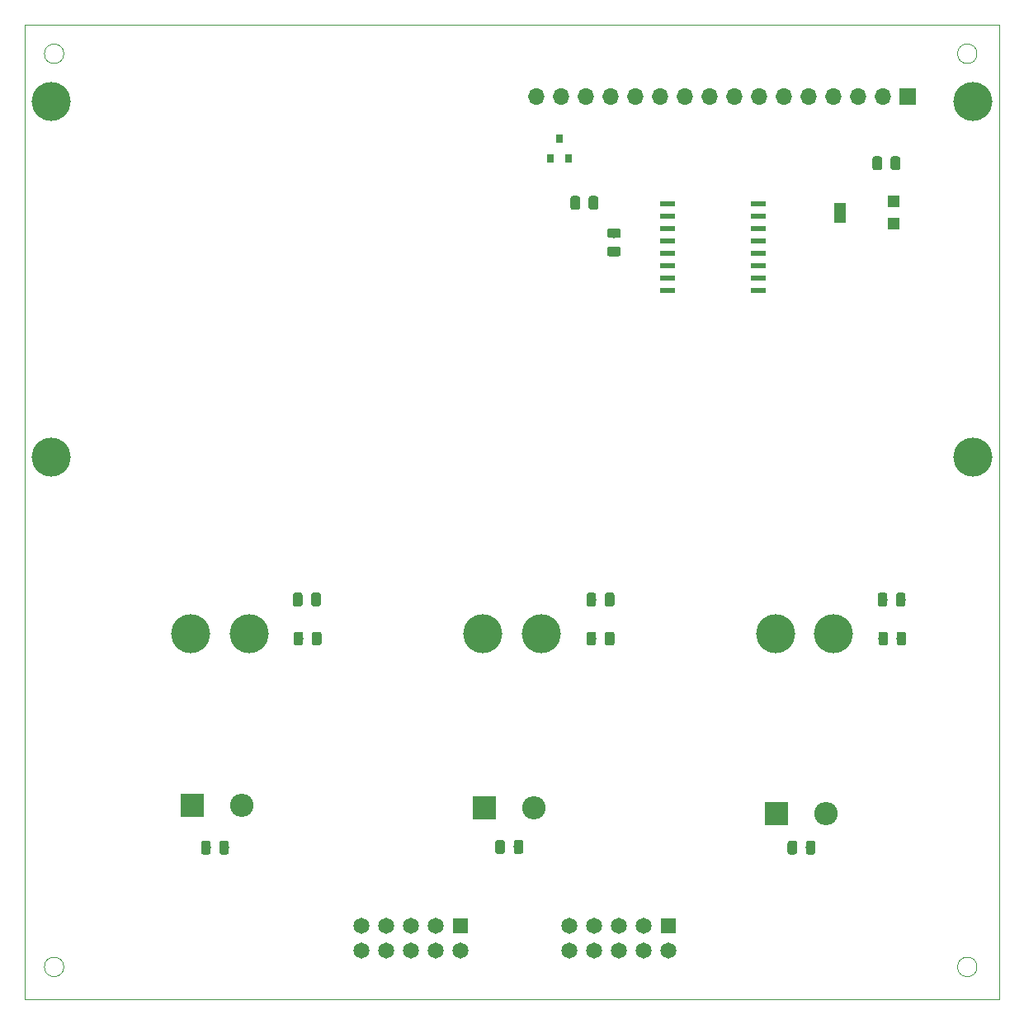
<source format=gbr>
%TF.GenerationSoftware,KiCad,Pcbnew,(5.0.0)*%
%TF.CreationDate,2020-03-24T12:10:01+01:00*%
%TF.ProjectId,Schaltplan_Modul2,536368616C74706C616E5F4D6F64756C,rev?*%
%TF.SameCoordinates,Original*%
%TF.FileFunction,Soldermask,Top*%
%TF.FilePolarity,Negative*%
%FSLAX46Y46*%
G04 Gerber Fmt 4.6, Leading zero omitted, Abs format (unit mm)*
G04 Created by KiCad (PCBNEW (5.0.0)) date 03/24/20 12:10:01*
%MOMM*%
%LPD*%
G01*
G04 APERTURE LIST*
%ADD10C,0.100000*%
%ADD11C,0.150000*%
%ADD12C,0.975000*%
%ADD13R,0.800000X0.900000*%
%ADD14R,1.300000X1.300000*%
%ADD15R,1.300000X2.000000*%
%ADD16R,1.500000X0.600000*%
%ADD17C,4.000000*%
%ADD18O,2.400000X2.400000*%
%ADD19R,2.400000X2.400000*%
%ADD20R,1.650000X1.650000*%
%ADD21C,1.650000*%
%ADD22O,1.700000X1.700000*%
%ADD23R,1.700000X1.700000*%
G04 APERTURE END LIST*
D10*
X98285000Y-141450000D02*
G75*
G03X98285000Y-141450000I-1000000J0D01*
G01*
X191980000Y-141450000D02*
G75*
G03X191980000Y-141450000I-1000000J0D01*
G01*
X191980000Y-47755000D02*
G75*
G03X191980000Y-47755000I-1000000J0D01*
G01*
X98285000Y-47755000D02*
G75*
G03X98285000Y-47755000I-1000000J0D01*
G01*
X94285000Y-144755000D02*
X194285000Y-144755000D01*
X194285000Y-44755000D02*
X194285000Y-144755000D01*
X94285000Y-144755000D02*
X94285000Y-44755000D01*
X94285000Y-44755000D02*
X194285000Y-44755000D01*
D11*
%TO.C,C3*%
G36*
X155217142Y-65683174D02*
X155240803Y-65686684D01*
X155264007Y-65692496D01*
X155286529Y-65700554D01*
X155308153Y-65710782D01*
X155328670Y-65723079D01*
X155347883Y-65737329D01*
X155365607Y-65753393D01*
X155381671Y-65771117D01*
X155395921Y-65790330D01*
X155408218Y-65810847D01*
X155418446Y-65832471D01*
X155426504Y-65854993D01*
X155432316Y-65878197D01*
X155435826Y-65901858D01*
X155437000Y-65925750D01*
X155437000Y-66413250D01*
X155435826Y-66437142D01*
X155432316Y-66460803D01*
X155426504Y-66484007D01*
X155418446Y-66506529D01*
X155408218Y-66528153D01*
X155395921Y-66548670D01*
X155381671Y-66567883D01*
X155365607Y-66585607D01*
X155347883Y-66601671D01*
X155328670Y-66615921D01*
X155308153Y-66628218D01*
X155286529Y-66638446D01*
X155264007Y-66646504D01*
X155240803Y-66652316D01*
X155217142Y-66655826D01*
X155193250Y-66657000D01*
X154280750Y-66657000D01*
X154256858Y-66655826D01*
X154233197Y-66652316D01*
X154209993Y-66646504D01*
X154187471Y-66638446D01*
X154165847Y-66628218D01*
X154145330Y-66615921D01*
X154126117Y-66601671D01*
X154108393Y-66585607D01*
X154092329Y-66567883D01*
X154078079Y-66548670D01*
X154065782Y-66528153D01*
X154055554Y-66506529D01*
X154047496Y-66484007D01*
X154041684Y-66460803D01*
X154038174Y-66437142D01*
X154037000Y-66413250D01*
X154037000Y-65925750D01*
X154038174Y-65901858D01*
X154041684Y-65878197D01*
X154047496Y-65854993D01*
X154055554Y-65832471D01*
X154065782Y-65810847D01*
X154078079Y-65790330D01*
X154092329Y-65771117D01*
X154108393Y-65753393D01*
X154126117Y-65737329D01*
X154145330Y-65723079D01*
X154165847Y-65710782D01*
X154187471Y-65700554D01*
X154209993Y-65692496D01*
X154233197Y-65686684D01*
X154256858Y-65683174D01*
X154280750Y-65682000D01*
X155193250Y-65682000D01*
X155217142Y-65683174D01*
X155217142Y-65683174D01*
G37*
D12*
X154737000Y-66169500D03*
D11*
G36*
X155217142Y-67558174D02*
X155240803Y-67561684D01*
X155264007Y-67567496D01*
X155286529Y-67575554D01*
X155308153Y-67585782D01*
X155328670Y-67598079D01*
X155347883Y-67612329D01*
X155365607Y-67628393D01*
X155381671Y-67646117D01*
X155395921Y-67665330D01*
X155408218Y-67685847D01*
X155418446Y-67707471D01*
X155426504Y-67729993D01*
X155432316Y-67753197D01*
X155435826Y-67776858D01*
X155437000Y-67800750D01*
X155437000Y-68288250D01*
X155435826Y-68312142D01*
X155432316Y-68335803D01*
X155426504Y-68359007D01*
X155418446Y-68381529D01*
X155408218Y-68403153D01*
X155395921Y-68423670D01*
X155381671Y-68442883D01*
X155365607Y-68460607D01*
X155347883Y-68476671D01*
X155328670Y-68490921D01*
X155308153Y-68503218D01*
X155286529Y-68513446D01*
X155264007Y-68521504D01*
X155240803Y-68527316D01*
X155217142Y-68530826D01*
X155193250Y-68532000D01*
X154280750Y-68532000D01*
X154256858Y-68530826D01*
X154233197Y-68527316D01*
X154209993Y-68521504D01*
X154187471Y-68513446D01*
X154165847Y-68503218D01*
X154145330Y-68490921D01*
X154126117Y-68476671D01*
X154108393Y-68460607D01*
X154092329Y-68442883D01*
X154078079Y-68423670D01*
X154065782Y-68403153D01*
X154055554Y-68381529D01*
X154047496Y-68359007D01*
X154041684Y-68335803D01*
X154038174Y-68312142D01*
X154037000Y-68288250D01*
X154037000Y-67800750D01*
X154038174Y-67776858D01*
X154041684Y-67753197D01*
X154047496Y-67729993D01*
X154055554Y-67707471D01*
X154065782Y-67685847D01*
X154078079Y-67665330D01*
X154092329Y-67646117D01*
X154108393Y-67628393D01*
X154126117Y-67612329D01*
X154145330Y-67598079D01*
X154165847Y-67585782D01*
X154187471Y-67575554D01*
X154209993Y-67567496D01*
X154233197Y-67561684D01*
X154256858Y-67558174D01*
X154280750Y-67557000D01*
X155193250Y-67557000D01*
X155217142Y-67558174D01*
X155217142Y-67558174D01*
G37*
D12*
X154737000Y-68044500D03*
%TD*%
D13*
%TO.C,Q1*%
X149149000Y-56455000D03*
X150099000Y-58455000D03*
X148199000Y-58455000D03*
%TD*%
D14*
%TO.C,RV1*%
X183395000Y-62909000D03*
D15*
X177895000Y-64059000D03*
D14*
X183395000Y-65209000D03*
%TD*%
D16*
%TO.C,U1*%
X160247000Y-72060000D03*
X160247000Y-70790000D03*
X160247000Y-69520000D03*
X160247000Y-68250000D03*
X160247000Y-66980000D03*
X160247000Y-65710000D03*
X160247000Y-64440000D03*
X160247000Y-63170000D03*
X169547000Y-63170000D03*
X169547000Y-64440000D03*
X169547000Y-65710000D03*
X169547000Y-66980000D03*
X169547000Y-68250000D03*
X169547000Y-69520000D03*
X169547000Y-70790000D03*
X169547000Y-72060000D03*
%TD*%
D11*
%TO.C,C4*%
G36*
X154552642Y-103056174D02*
X154576303Y-103059684D01*
X154599507Y-103065496D01*
X154622029Y-103073554D01*
X154643653Y-103083782D01*
X154664170Y-103096079D01*
X154683383Y-103110329D01*
X154701107Y-103126393D01*
X154717171Y-103144117D01*
X154731421Y-103163330D01*
X154743718Y-103183847D01*
X154753946Y-103205471D01*
X154762004Y-103227993D01*
X154767816Y-103251197D01*
X154771326Y-103274858D01*
X154772500Y-103298750D01*
X154772500Y-104211250D01*
X154771326Y-104235142D01*
X154767816Y-104258803D01*
X154762004Y-104282007D01*
X154753946Y-104304529D01*
X154743718Y-104326153D01*
X154731421Y-104346670D01*
X154717171Y-104365883D01*
X154701107Y-104383607D01*
X154683383Y-104399671D01*
X154664170Y-104413921D01*
X154643653Y-104426218D01*
X154622029Y-104436446D01*
X154599507Y-104444504D01*
X154576303Y-104450316D01*
X154552642Y-104453826D01*
X154528750Y-104455000D01*
X154041250Y-104455000D01*
X154017358Y-104453826D01*
X153993697Y-104450316D01*
X153970493Y-104444504D01*
X153947971Y-104436446D01*
X153926347Y-104426218D01*
X153905830Y-104413921D01*
X153886617Y-104399671D01*
X153868893Y-104383607D01*
X153852829Y-104365883D01*
X153838579Y-104346670D01*
X153826282Y-104326153D01*
X153816054Y-104304529D01*
X153807996Y-104282007D01*
X153802184Y-104258803D01*
X153798674Y-104235142D01*
X153797500Y-104211250D01*
X153797500Y-103298750D01*
X153798674Y-103274858D01*
X153802184Y-103251197D01*
X153807996Y-103227993D01*
X153816054Y-103205471D01*
X153826282Y-103183847D01*
X153838579Y-103163330D01*
X153852829Y-103144117D01*
X153868893Y-103126393D01*
X153886617Y-103110329D01*
X153905830Y-103096079D01*
X153926347Y-103083782D01*
X153947971Y-103073554D01*
X153970493Y-103065496D01*
X153993697Y-103059684D01*
X154017358Y-103056174D01*
X154041250Y-103055000D01*
X154528750Y-103055000D01*
X154552642Y-103056174D01*
X154552642Y-103056174D01*
G37*
D12*
X154285000Y-103755000D03*
D11*
G36*
X152677642Y-103056174D02*
X152701303Y-103059684D01*
X152724507Y-103065496D01*
X152747029Y-103073554D01*
X152768653Y-103083782D01*
X152789170Y-103096079D01*
X152808383Y-103110329D01*
X152826107Y-103126393D01*
X152842171Y-103144117D01*
X152856421Y-103163330D01*
X152868718Y-103183847D01*
X152878946Y-103205471D01*
X152887004Y-103227993D01*
X152892816Y-103251197D01*
X152896326Y-103274858D01*
X152897500Y-103298750D01*
X152897500Y-104211250D01*
X152896326Y-104235142D01*
X152892816Y-104258803D01*
X152887004Y-104282007D01*
X152878946Y-104304529D01*
X152868718Y-104326153D01*
X152856421Y-104346670D01*
X152842171Y-104365883D01*
X152826107Y-104383607D01*
X152808383Y-104399671D01*
X152789170Y-104413921D01*
X152768653Y-104426218D01*
X152747029Y-104436446D01*
X152724507Y-104444504D01*
X152701303Y-104450316D01*
X152677642Y-104453826D01*
X152653750Y-104455000D01*
X152166250Y-104455000D01*
X152142358Y-104453826D01*
X152118697Y-104450316D01*
X152095493Y-104444504D01*
X152072971Y-104436446D01*
X152051347Y-104426218D01*
X152030830Y-104413921D01*
X152011617Y-104399671D01*
X151993893Y-104383607D01*
X151977829Y-104365883D01*
X151963579Y-104346670D01*
X151951282Y-104326153D01*
X151941054Y-104304529D01*
X151932996Y-104282007D01*
X151927184Y-104258803D01*
X151923674Y-104235142D01*
X151922500Y-104211250D01*
X151922500Y-103298750D01*
X151923674Y-103274858D01*
X151927184Y-103251197D01*
X151932996Y-103227993D01*
X151941054Y-103205471D01*
X151951282Y-103183847D01*
X151963579Y-103163330D01*
X151977829Y-103144117D01*
X151993893Y-103126393D01*
X152011617Y-103110329D01*
X152030830Y-103096079D01*
X152051347Y-103083782D01*
X152072971Y-103073554D01*
X152095493Y-103065496D01*
X152118697Y-103059684D01*
X152142358Y-103056174D01*
X152166250Y-103055000D01*
X152653750Y-103055000D01*
X152677642Y-103056174D01*
X152677642Y-103056174D01*
G37*
D12*
X152410000Y-103755000D03*
%TD*%
D17*
%TO.C,SW4*%
X117285000Y-107255000D03*
X111285000Y-107295000D03*
%TD*%
%TO.C,SW3*%
X147285000Y-107255000D03*
X141285000Y-107295000D03*
%TD*%
%TO.C,SW1*%
X177285000Y-107255000D03*
X171285000Y-107295000D03*
%TD*%
D18*
%TO.C,D1*%
X176525000Y-125715000D03*
D19*
X171445000Y-125715000D03*
%TD*%
D18*
%TO.C,D2*%
X146525000Y-125155000D03*
D19*
X141445000Y-125155000D03*
%TD*%
D18*
%TO.C,D3*%
X116525000Y-124854000D03*
D19*
X111445000Y-124854000D03*
%TD*%
D20*
%TO.C,J1*%
X160325000Y-137211000D03*
D21*
X160325000Y-139751000D03*
X157785000Y-137211000D03*
X157785000Y-139751000D03*
X155245000Y-137211000D03*
X155245000Y-139751000D03*
X152705000Y-137211000D03*
X152705000Y-139751000D03*
X150165000Y-137211000D03*
X150165000Y-139751000D03*
%TD*%
D20*
%TO.C,J2*%
X138989000Y-137211000D03*
D21*
X138989000Y-139751000D03*
X136449000Y-137211000D03*
X136449000Y-139751000D03*
X133909000Y-137211000D03*
X133909000Y-139751000D03*
X131369000Y-137211000D03*
X131369000Y-139751000D03*
X128829000Y-137211000D03*
X128829000Y-139751000D03*
%TD*%
D11*
%TO.C,R7*%
G36*
X114999642Y-128511174D02*
X115023303Y-128514684D01*
X115046507Y-128520496D01*
X115069029Y-128528554D01*
X115090653Y-128538782D01*
X115111170Y-128551079D01*
X115130383Y-128565329D01*
X115148107Y-128581393D01*
X115164171Y-128599117D01*
X115178421Y-128618330D01*
X115190718Y-128638847D01*
X115200946Y-128660471D01*
X115209004Y-128682993D01*
X115214816Y-128706197D01*
X115218326Y-128729858D01*
X115219500Y-128753750D01*
X115219500Y-129666250D01*
X115218326Y-129690142D01*
X115214816Y-129713803D01*
X115209004Y-129737007D01*
X115200946Y-129759529D01*
X115190718Y-129781153D01*
X115178421Y-129801670D01*
X115164171Y-129820883D01*
X115148107Y-129838607D01*
X115130383Y-129854671D01*
X115111170Y-129868921D01*
X115090653Y-129881218D01*
X115069029Y-129891446D01*
X115046507Y-129899504D01*
X115023303Y-129905316D01*
X114999642Y-129908826D01*
X114975750Y-129910000D01*
X114488250Y-129910000D01*
X114464358Y-129908826D01*
X114440697Y-129905316D01*
X114417493Y-129899504D01*
X114394971Y-129891446D01*
X114373347Y-129881218D01*
X114352830Y-129868921D01*
X114333617Y-129854671D01*
X114315893Y-129838607D01*
X114299829Y-129820883D01*
X114285579Y-129801670D01*
X114273282Y-129781153D01*
X114263054Y-129759529D01*
X114254996Y-129737007D01*
X114249184Y-129713803D01*
X114245674Y-129690142D01*
X114244500Y-129666250D01*
X114244500Y-128753750D01*
X114245674Y-128729858D01*
X114249184Y-128706197D01*
X114254996Y-128682993D01*
X114263054Y-128660471D01*
X114273282Y-128638847D01*
X114285579Y-128618330D01*
X114299829Y-128599117D01*
X114315893Y-128581393D01*
X114333617Y-128565329D01*
X114352830Y-128551079D01*
X114373347Y-128538782D01*
X114394971Y-128528554D01*
X114417493Y-128520496D01*
X114440697Y-128514684D01*
X114464358Y-128511174D01*
X114488250Y-128510000D01*
X114975750Y-128510000D01*
X114999642Y-128511174D01*
X114999642Y-128511174D01*
G37*
D12*
X114732000Y-129210000D03*
D11*
G36*
X113124642Y-128511174D02*
X113148303Y-128514684D01*
X113171507Y-128520496D01*
X113194029Y-128528554D01*
X113215653Y-128538782D01*
X113236170Y-128551079D01*
X113255383Y-128565329D01*
X113273107Y-128581393D01*
X113289171Y-128599117D01*
X113303421Y-128618330D01*
X113315718Y-128638847D01*
X113325946Y-128660471D01*
X113334004Y-128682993D01*
X113339816Y-128706197D01*
X113343326Y-128729858D01*
X113344500Y-128753750D01*
X113344500Y-129666250D01*
X113343326Y-129690142D01*
X113339816Y-129713803D01*
X113334004Y-129737007D01*
X113325946Y-129759529D01*
X113315718Y-129781153D01*
X113303421Y-129801670D01*
X113289171Y-129820883D01*
X113273107Y-129838607D01*
X113255383Y-129854671D01*
X113236170Y-129868921D01*
X113215653Y-129881218D01*
X113194029Y-129891446D01*
X113171507Y-129899504D01*
X113148303Y-129905316D01*
X113124642Y-129908826D01*
X113100750Y-129910000D01*
X112613250Y-129910000D01*
X112589358Y-129908826D01*
X112565697Y-129905316D01*
X112542493Y-129899504D01*
X112519971Y-129891446D01*
X112498347Y-129881218D01*
X112477830Y-129868921D01*
X112458617Y-129854671D01*
X112440893Y-129838607D01*
X112424829Y-129820883D01*
X112410579Y-129801670D01*
X112398282Y-129781153D01*
X112388054Y-129759529D01*
X112379996Y-129737007D01*
X112374184Y-129713803D01*
X112370674Y-129690142D01*
X112369500Y-129666250D01*
X112369500Y-128753750D01*
X112370674Y-128729858D01*
X112374184Y-128706197D01*
X112379996Y-128682993D01*
X112388054Y-128660471D01*
X112398282Y-128638847D01*
X112410579Y-128618330D01*
X112424829Y-128599117D01*
X112440893Y-128581393D01*
X112458617Y-128565329D01*
X112477830Y-128551079D01*
X112498347Y-128538782D01*
X112519971Y-128528554D01*
X112542493Y-128520496D01*
X112565697Y-128514684D01*
X112589358Y-128511174D01*
X112613250Y-128510000D01*
X113100750Y-128510000D01*
X113124642Y-128511174D01*
X113124642Y-128511174D01*
G37*
D12*
X112857000Y-129210000D03*
%TD*%
D17*
%TO.C,J3*%
X191549877Y-52644071D03*
X191549877Y-89184071D03*
X97009877Y-89184071D03*
X97009877Y-52644071D03*
D22*
X146764798Y-52181558D03*
X149304798Y-52181558D03*
X151844798Y-52181558D03*
X154384798Y-52181558D03*
X156924798Y-52181558D03*
X159464798Y-52181558D03*
X162004798Y-52181558D03*
X164544798Y-52181558D03*
X167084798Y-52181558D03*
X169624798Y-52181558D03*
X172164798Y-52181558D03*
X174704798Y-52181558D03*
X177244798Y-52181558D03*
X179784798Y-52181558D03*
X182324798Y-52181558D03*
D23*
X184864798Y-52181558D03*
%TD*%
D11*
%TO.C,C1*%
G36*
X182007142Y-58280174D02*
X182030803Y-58283684D01*
X182054007Y-58289496D01*
X182076529Y-58297554D01*
X182098153Y-58307782D01*
X182118670Y-58320079D01*
X182137883Y-58334329D01*
X182155607Y-58350393D01*
X182171671Y-58368117D01*
X182185921Y-58387330D01*
X182198218Y-58407847D01*
X182208446Y-58429471D01*
X182216504Y-58451993D01*
X182222316Y-58475197D01*
X182225826Y-58498858D01*
X182227000Y-58522750D01*
X182227000Y-59435250D01*
X182225826Y-59459142D01*
X182222316Y-59482803D01*
X182216504Y-59506007D01*
X182208446Y-59528529D01*
X182198218Y-59550153D01*
X182185921Y-59570670D01*
X182171671Y-59589883D01*
X182155607Y-59607607D01*
X182137883Y-59623671D01*
X182118670Y-59637921D01*
X182098153Y-59650218D01*
X182076529Y-59660446D01*
X182054007Y-59668504D01*
X182030803Y-59674316D01*
X182007142Y-59677826D01*
X181983250Y-59679000D01*
X181495750Y-59679000D01*
X181471858Y-59677826D01*
X181448197Y-59674316D01*
X181424993Y-59668504D01*
X181402471Y-59660446D01*
X181380847Y-59650218D01*
X181360330Y-59637921D01*
X181341117Y-59623671D01*
X181323393Y-59607607D01*
X181307329Y-59589883D01*
X181293079Y-59570670D01*
X181280782Y-59550153D01*
X181270554Y-59528529D01*
X181262496Y-59506007D01*
X181256684Y-59482803D01*
X181253174Y-59459142D01*
X181252000Y-59435250D01*
X181252000Y-58522750D01*
X181253174Y-58498858D01*
X181256684Y-58475197D01*
X181262496Y-58451993D01*
X181270554Y-58429471D01*
X181280782Y-58407847D01*
X181293079Y-58387330D01*
X181307329Y-58368117D01*
X181323393Y-58350393D01*
X181341117Y-58334329D01*
X181360330Y-58320079D01*
X181380847Y-58307782D01*
X181402471Y-58297554D01*
X181424993Y-58289496D01*
X181448197Y-58283684D01*
X181471858Y-58280174D01*
X181495750Y-58279000D01*
X181983250Y-58279000D01*
X182007142Y-58280174D01*
X182007142Y-58280174D01*
G37*
D12*
X181739500Y-58979000D03*
D11*
G36*
X183882142Y-58280174D02*
X183905803Y-58283684D01*
X183929007Y-58289496D01*
X183951529Y-58297554D01*
X183973153Y-58307782D01*
X183993670Y-58320079D01*
X184012883Y-58334329D01*
X184030607Y-58350393D01*
X184046671Y-58368117D01*
X184060921Y-58387330D01*
X184073218Y-58407847D01*
X184083446Y-58429471D01*
X184091504Y-58451993D01*
X184097316Y-58475197D01*
X184100826Y-58498858D01*
X184102000Y-58522750D01*
X184102000Y-59435250D01*
X184100826Y-59459142D01*
X184097316Y-59482803D01*
X184091504Y-59506007D01*
X184083446Y-59528529D01*
X184073218Y-59550153D01*
X184060921Y-59570670D01*
X184046671Y-59589883D01*
X184030607Y-59607607D01*
X184012883Y-59623671D01*
X183993670Y-59637921D01*
X183973153Y-59650218D01*
X183951529Y-59660446D01*
X183929007Y-59668504D01*
X183905803Y-59674316D01*
X183882142Y-59677826D01*
X183858250Y-59679000D01*
X183370750Y-59679000D01*
X183346858Y-59677826D01*
X183323197Y-59674316D01*
X183299993Y-59668504D01*
X183277471Y-59660446D01*
X183255847Y-59650218D01*
X183235330Y-59637921D01*
X183216117Y-59623671D01*
X183198393Y-59607607D01*
X183182329Y-59589883D01*
X183168079Y-59570670D01*
X183155782Y-59550153D01*
X183145554Y-59528529D01*
X183137496Y-59506007D01*
X183131684Y-59482803D01*
X183128174Y-59459142D01*
X183127000Y-59435250D01*
X183127000Y-58522750D01*
X183128174Y-58498858D01*
X183131684Y-58475197D01*
X183137496Y-58451993D01*
X183145554Y-58429471D01*
X183155782Y-58407847D01*
X183168079Y-58387330D01*
X183182329Y-58368117D01*
X183198393Y-58350393D01*
X183216117Y-58334329D01*
X183235330Y-58320079D01*
X183255847Y-58307782D01*
X183277471Y-58297554D01*
X183299993Y-58289496D01*
X183323197Y-58283684D01*
X183346858Y-58280174D01*
X183370750Y-58279000D01*
X183858250Y-58279000D01*
X183882142Y-58280174D01*
X183882142Y-58280174D01*
G37*
D12*
X183614500Y-58979000D03*
%TD*%
D11*
%TO.C,C2*%
G36*
X184427642Y-103056174D02*
X184451303Y-103059684D01*
X184474507Y-103065496D01*
X184497029Y-103073554D01*
X184518653Y-103083782D01*
X184539170Y-103096079D01*
X184558383Y-103110329D01*
X184576107Y-103126393D01*
X184592171Y-103144117D01*
X184606421Y-103163330D01*
X184618718Y-103183847D01*
X184628946Y-103205471D01*
X184637004Y-103227993D01*
X184642816Y-103251197D01*
X184646326Y-103274858D01*
X184647500Y-103298750D01*
X184647500Y-104211250D01*
X184646326Y-104235142D01*
X184642816Y-104258803D01*
X184637004Y-104282007D01*
X184628946Y-104304529D01*
X184618718Y-104326153D01*
X184606421Y-104346670D01*
X184592171Y-104365883D01*
X184576107Y-104383607D01*
X184558383Y-104399671D01*
X184539170Y-104413921D01*
X184518653Y-104426218D01*
X184497029Y-104436446D01*
X184474507Y-104444504D01*
X184451303Y-104450316D01*
X184427642Y-104453826D01*
X184403750Y-104455000D01*
X183916250Y-104455000D01*
X183892358Y-104453826D01*
X183868697Y-104450316D01*
X183845493Y-104444504D01*
X183822971Y-104436446D01*
X183801347Y-104426218D01*
X183780830Y-104413921D01*
X183761617Y-104399671D01*
X183743893Y-104383607D01*
X183727829Y-104365883D01*
X183713579Y-104346670D01*
X183701282Y-104326153D01*
X183691054Y-104304529D01*
X183682996Y-104282007D01*
X183677184Y-104258803D01*
X183673674Y-104235142D01*
X183672500Y-104211250D01*
X183672500Y-103298750D01*
X183673674Y-103274858D01*
X183677184Y-103251197D01*
X183682996Y-103227993D01*
X183691054Y-103205471D01*
X183701282Y-103183847D01*
X183713579Y-103163330D01*
X183727829Y-103144117D01*
X183743893Y-103126393D01*
X183761617Y-103110329D01*
X183780830Y-103096079D01*
X183801347Y-103083782D01*
X183822971Y-103073554D01*
X183845493Y-103065496D01*
X183868697Y-103059684D01*
X183892358Y-103056174D01*
X183916250Y-103055000D01*
X184403750Y-103055000D01*
X184427642Y-103056174D01*
X184427642Y-103056174D01*
G37*
D12*
X184160000Y-103755000D03*
D11*
G36*
X182552642Y-103056174D02*
X182576303Y-103059684D01*
X182599507Y-103065496D01*
X182622029Y-103073554D01*
X182643653Y-103083782D01*
X182664170Y-103096079D01*
X182683383Y-103110329D01*
X182701107Y-103126393D01*
X182717171Y-103144117D01*
X182731421Y-103163330D01*
X182743718Y-103183847D01*
X182753946Y-103205471D01*
X182762004Y-103227993D01*
X182767816Y-103251197D01*
X182771326Y-103274858D01*
X182772500Y-103298750D01*
X182772500Y-104211250D01*
X182771326Y-104235142D01*
X182767816Y-104258803D01*
X182762004Y-104282007D01*
X182753946Y-104304529D01*
X182743718Y-104326153D01*
X182731421Y-104346670D01*
X182717171Y-104365883D01*
X182701107Y-104383607D01*
X182683383Y-104399671D01*
X182664170Y-104413921D01*
X182643653Y-104426218D01*
X182622029Y-104436446D01*
X182599507Y-104444504D01*
X182576303Y-104450316D01*
X182552642Y-104453826D01*
X182528750Y-104455000D01*
X182041250Y-104455000D01*
X182017358Y-104453826D01*
X181993697Y-104450316D01*
X181970493Y-104444504D01*
X181947971Y-104436446D01*
X181926347Y-104426218D01*
X181905830Y-104413921D01*
X181886617Y-104399671D01*
X181868893Y-104383607D01*
X181852829Y-104365883D01*
X181838579Y-104346670D01*
X181826282Y-104326153D01*
X181816054Y-104304529D01*
X181807996Y-104282007D01*
X181802184Y-104258803D01*
X181798674Y-104235142D01*
X181797500Y-104211250D01*
X181797500Y-103298750D01*
X181798674Y-103274858D01*
X181802184Y-103251197D01*
X181807996Y-103227993D01*
X181816054Y-103205471D01*
X181826282Y-103183847D01*
X181838579Y-103163330D01*
X181852829Y-103144117D01*
X181868893Y-103126393D01*
X181886617Y-103110329D01*
X181905830Y-103096079D01*
X181926347Y-103083782D01*
X181947971Y-103073554D01*
X181970493Y-103065496D01*
X181993697Y-103059684D01*
X182017358Y-103056174D01*
X182041250Y-103055000D01*
X182528750Y-103055000D01*
X182552642Y-103056174D01*
X182552642Y-103056174D01*
G37*
D12*
X182285000Y-103755000D03*
%TD*%
D11*
%TO.C,C5*%
G36*
X124427642Y-103056174D02*
X124451303Y-103059684D01*
X124474507Y-103065496D01*
X124497029Y-103073554D01*
X124518653Y-103083782D01*
X124539170Y-103096079D01*
X124558383Y-103110329D01*
X124576107Y-103126393D01*
X124592171Y-103144117D01*
X124606421Y-103163330D01*
X124618718Y-103183847D01*
X124628946Y-103205471D01*
X124637004Y-103227993D01*
X124642816Y-103251197D01*
X124646326Y-103274858D01*
X124647500Y-103298750D01*
X124647500Y-104211250D01*
X124646326Y-104235142D01*
X124642816Y-104258803D01*
X124637004Y-104282007D01*
X124628946Y-104304529D01*
X124618718Y-104326153D01*
X124606421Y-104346670D01*
X124592171Y-104365883D01*
X124576107Y-104383607D01*
X124558383Y-104399671D01*
X124539170Y-104413921D01*
X124518653Y-104426218D01*
X124497029Y-104436446D01*
X124474507Y-104444504D01*
X124451303Y-104450316D01*
X124427642Y-104453826D01*
X124403750Y-104455000D01*
X123916250Y-104455000D01*
X123892358Y-104453826D01*
X123868697Y-104450316D01*
X123845493Y-104444504D01*
X123822971Y-104436446D01*
X123801347Y-104426218D01*
X123780830Y-104413921D01*
X123761617Y-104399671D01*
X123743893Y-104383607D01*
X123727829Y-104365883D01*
X123713579Y-104346670D01*
X123701282Y-104326153D01*
X123691054Y-104304529D01*
X123682996Y-104282007D01*
X123677184Y-104258803D01*
X123673674Y-104235142D01*
X123672500Y-104211250D01*
X123672500Y-103298750D01*
X123673674Y-103274858D01*
X123677184Y-103251197D01*
X123682996Y-103227993D01*
X123691054Y-103205471D01*
X123701282Y-103183847D01*
X123713579Y-103163330D01*
X123727829Y-103144117D01*
X123743893Y-103126393D01*
X123761617Y-103110329D01*
X123780830Y-103096079D01*
X123801347Y-103083782D01*
X123822971Y-103073554D01*
X123845493Y-103065496D01*
X123868697Y-103059684D01*
X123892358Y-103056174D01*
X123916250Y-103055000D01*
X124403750Y-103055000D01*
X124427642Y-103056174D01*
X124427642Y-103056174D01*
G37*
D12*
X124160000Y-103755000D03*
D11*
G36*
X122552642Y-103056174D02*
X122576303Y-103059684D01*
X122599507Y-103065496D01*
X122622029Y-103073554D01*
X122643653Y-103083782D01*
X122664170Y-103096079D01*
X122683383Y-103110329D01*
X122701107Y-103126393D01*
X122717171Y-103144117D01*
X122731421Y-103163330D01*
X122743718Y-103183847D01*
X122753946Y-103205471D01*
X122762004Y-103227993D01*
X122767816Y-103251197D01*
X122771326Y-103274858D01*
X122772500Y-103298750D01*
X122772500Y-104211250D01*
X122771326Y-104235142D01*
X122767816Y-104258803D01*
X122762004Y-104282007D01*
X122753946Y-104304529D01*
X122743718Y-104326153D01*
X122731421Y-104346670D01*
X122717171Y-104365883D01*
X122701107Y-104383607D01*
X122683383Y-104399671D01*
X122664170Y-104413921D01*
X122643653Y-104426218D01*
X122622029Y-104436446D01*
X122599507Y-104444504D01*
X122576303Y-104450316D01*
X122552642Y-104453826D01*
X122528750Y-104455000D01*
X122041250Y-104455000D01*
X122017358Y-104453826D01*
X121993697Y-104450316D01*
X121970493Y-104444504D01*
X121947971Y-104436446D01*
X121926347Y-104426218D01*
X121905830Y-104413921D01*
X121886617Y-104399671D01*
X121868893Y-104383607D01*
X121852829Y-104365883D01*
X121838579Y-104346670D01*
X121826282Y-104326153D01*
X121816054Y-104304529D01*
X121807996Y-104282007D01*
X121802184Y-104258803D01*
X121798674Y-104235142D01*
X121797500Y-104211250D01*
X121797500Y-103298750D01*
X121798674Y-103274858D01*
X121802184Y-103251197D01*
X121807996Y-103227993D01*
X121816054Y-103205471D01*
X121826282Y-103183847D01*
X121838579Y-103163330D01*
X121852829Y-103144117D01*
X121868893Y-103126393D01*
X121886617Y-103110329D01*
X121905830Y-103096079D01*
X121926347Y-103083782D01*
X121947971Y-103073554D01*
X121970493Y-103065496D01*
X121993697Y-103059684D01*
X122017358Y-103056174D01*
X122041250Y-103055000D01*
X122528750Y-103055000D01*
X122552642Y-103056174D01*
X122552642Y-103056174D01*
G37*
D12*
X122285000Y-103755000D03*
%TD*%
D11*
%TO.C,R8*%
G36*
X124490142Y-107056174D02*
X124513803Y-107059684D01*
X124537007Y-107065496D01*
X124559529Y-107073554D01*
X124581153Y-107083782D01*
X124601670Y-107096079D01*
X124620883Y-107110329D01*
X124638607Y-107126393D01*
X124654671Y-107144117D01*
X124668921Y-107163330D01*
X124681218Y-107183847D01*
X124691446Y-107205471D01*
X124699504Y-107227993D01*
X124705316Y-107251197D01*
X124708826Y-107274858D01*
X124710000Y-107298750D01*
X124710000Y-108211250D01*
X124708826Y-108235142D01*
X124705316Y-108258803D01*
X124699504Y-108282007D01*
X124691446Y-108304529D01*
X124681218Y-108326153D01*
X124668921Y-108346670D01*
X124654671Y-108365883D01*
X124638607Y-108383607D01*
X124620883Y-108399671D01*
X124601670Y-108413921D01*
X124581153Y-108426218D01*
X124559529Y-108436446D01*
X124537007Y-108444504D01*
X124513803Y-108450316D01*
X124490142Y-108453826D01*
X124466250Y-108455000D01*
X123978750Y-108455000D01*
X123954858Y-108453826D01*
X123931197Y-108450316D01*
X123907993Y-108444504D01*
X123885471Y-108436446D01*
X123863847Y-108426218D01*
X123843330Y-108413921D01*
X123824117Y-108399671D01*
X123806393Y-108383607D01*
X123790329Y-108365883D01*
X123776079Y-108346670D01*
X123763782Y-108326153D01*
X123753554Y-108304529D01*
X123745496Y-108282007D01*
X123739684Y-108258803D01*
X123736174Y-108235142D01*
X123735000Y-108211250D01*
X123735000Y-107298750D01*
X123736174Y-107274858D01*
X123739684Y-107251197D01*
X123745496Y-107227993D01*
X123753554Y-107205471D01*
X123763782Y-107183847D01*
X123776079Y-107163330D01*
X123790329Y-107144117D01*
X123806393Y-107126393D01*
X123824117Y-107110329D01*
X123843330Y-107096079D01*
X123863847Y-107083782D01*
X123885471Y-107073554D01*
X123907993Y-107065496D01*
X123931197Y-107059684D01*
X123954858Y-107056174D01*
X123978750Y-107055000D01*
X124466250Y-107055000D01*
X124490142Y-107056174D01*
X124490142Y-107056174D01*
G37*
D12*
X124222500Y-107755000D03*
D11*
G36*
X122615142Y-107056174D02*
X122638803Y-107059684D01*
X122662007Y-107065496D01*
X122684529Y-107073554D01*
X122706153Y-107083782D01*
X122726670Y-107096079D01*
X122745883Y-107110329D01*
X122763607Y-107126393D01*
X122779671Y-107144117D01*
X122793921Y-107163330D01*
X122806218Y-107183847D01*
X122816446Y-107205471D01*
X122824504Y-107227993D01*
X122830316Y-107251197D01*
X122833826Y-107274858D01*
X122835000Y-107298750D01*
X122835000Y-108211250D01*
X122833826Y-108235142D01*
X122830316Y-108258803D01*
X122824504Y-108282007D01*
X122816446Y-108304529D01*
X122806218Y-108326153D01*
X122793921Y-108346670D01*
X122779671Y-108365883D01*
X122763607Y-108383607D01*
X122745883Y-108399671D01*
X122726670Y-108413921D01*
X122706153Y-108426218D01*
X122684529Y-108436446D01*
X122662007Y-108444504D01*
X122638803Y-108450316D01*
X122615142Y-108453826D01*
X122591250Y-108455000D01*
X122103750Y-108455000D01*
X122079858Y-108453826D01*
X122056197Y-108450316D01*
X122032993Y-108444504D01*
X122010471Y-108436446D01*
X121988847Y-108426218D01*
X121968330Y-108413921D01*
X121949117Y-108399671D01*
X121931393Y-108383607D01*
X121915329Y-108365883D01*
X121901079Y-108346670D01*
X121888782Y-108326153D01*
X121878554Y-108304529D01*
X121870496Y-108282007D01*
X121864684Y-108258803D01*
X121861174Y-108235142D01*
X121860000Y-108211250D01*
X121860000Y-107298750D01*
X121861174Y-107274858D01*
X121864684Y-107251197D01*
X121870496Y-107227993D01*
X121878554Y-107205471D01*
X121888782Y-107183847D01*
X121901079Y-107163330D01*
X121915329Y-107144117D01*
X121931393Y-107126393D01*
X121949117Y-107110329D01*
X121968330Y-107096079D01*
X121988847Y-107083782D01*
X122010471Y-107073554D01*
X122032993Y-107065496D01*
X122056197Y-107059684D01*
X122079858Y-107056174D01*
X122103750Y-107055000D01*
X122591250Y-107055000D01*
X122615142Y-107056174D01*
X122615142Y-107056174D01*
G37*
D12*
X122347500Y-107755000D03*
%TD*%
D11*
%TO.C,R2*%
G36*
X151019142Y-62344174D02*
X151042803Y-62347684D01*
X151066007Y-62353496D01*
X151088529Y-62361554D01*
X151110153Y-62371782D01*
X151130670Y-62384079D01*
X151149883Y-62398329D01*
X151167607Y-62414393D01*
X151183671Y-62432117D01*
X151197921Y-62451330D01*
X151210218Y-62471847D01*
X151220446Y-62493471D01*
X151228504Y-62515993D01*
X151234316Y-62539197D01*
X151237826Y-62562858D01*
X151239000Y-62586750D01*
X151239000Y-63499250D01*
X151237826Y-63523142D01*
X151234316Y-63546803D01*
X151228504Y-63570007D01*
X151220446Y-63592529D01*
X151210218Y-63614153D01*
X151197921Y-63634670D01*
X151183671Y-63653883D01*
X151167607Y-63671607D01*
X151149883Y-63687671D01*
X151130670Y-63701921D01*
X151110153Y-63714218D01*
X151088529Y-63724446D01*
X151066007Y-63732504D01*
X151042803Y-63738316D01*
X151019142Y-63741826D01*
X150995250Y-63743000D01*
X150507750Y-63743000D01*
X150483858Y-63741826D01*
X150460197Y-63738316D01*
X150436993Y-63732504D01*
X150414471Y-63724446D01*
X150392847Y-63714218D01*
X150372330Y-63701921D01*
X150353117Y-63687671D01*
X150335393Y-63671607D01*
X150319329Y-63653883D01*
X150305079Y-63634670D01*
X150292782Y-63614153D01*
X150282554Y-63592529D01*
X150274496Y-63570007D01*
X150268684Y-63546803D01*
X150265174Y-63523142D01*
X150264000Y-63499250D01*
X150264000Y-62586750D01*
X150265174Y-62562858D01*
X150268684Y-62539197D01*
X150274496Y-62515993D01*
X150282554Y-62493471D01*
X150292782Y-62471847D01*
X150305079Y-62451330D01*
X150319329Y-62432117D01*
X150335393Y-62414393D01*
X150353117Y-62398329D01*
X150372330Y-62384079D01*
X150392847Y-62371782D01*
X150414471Y-62361554D01*
X150436993Y-62353496D01*
X150460197Y-62347684D01*
X150483858Y-62344174D01*
X150507750Y-62343000D01*
X150995250Y-62343000D01*
X151019142Y-62344174D01*
X151019142Y-62344174D01*
G37*
D12*
X150751500Y-63043000D03*
D11*
G36*
X152894142Y-62344174D02*
X152917803Y-62347684D01*
X152941007Y-62353496D01*
X152963529Y-62361554D01*
X152985153Y-62371782D01*
X153005670Y-62384079D01*
X153024883Y-62398329D01*
X153042607Y-62414393D01*
X153058671Y-62432117D01*
X153072921Y-62451330D01*
X153085218Y-62471847D01*
X153095446Y-62493471D01*
X153103504Y-62515993D01*
X153109316Y-62539197D01*
X153112826Y-62562858D01*
X153114000Y-62586750D01*
X153114000Y-63499250D01*
X153112826Y-63523142D01*
X153109316Y-63546803D01*
X153103504Y-63570007D01*
X153095446Y-63592529D01*
X153085218Y-63614153D01*
X153072921Y-63634670D01*
X153058671Y-63653883D01*
X153042607Y-63671607D01*
X153024883Y-63687671D01*
X153005670Y-63701921D01*
X152985153Y-63714218D01*
X152963529Y-63724446D01*
X152941007Y-63732504D01*
X152917803Y-63738316D01*
X152894142Y-63741826D01*
X152870250Y-63743000D01*
X152382750Y-63743000D01*
X152358858Y-63741826D01*
X152335197Y-63738316D01*
X152311993Y-63732504D01*
X152289471Y-63724446D01*
X152267847Y-63714218D01*
X152247330Y-63701921D01*
X152228117Y-63687671D01*
X152210393Y-63671607D01*
X152194329Y-63653883D01*
X152180079Y-63634670D01*
X152167782Y-63614153D01*
X152157554Y-63592529D01*
X152149496Y-63570007D01*
X152143684Y-63546803D01*
X152140174Y-63523142D01*
X152139000Y-63499250D01*
X152139000Y-62586750D01*
X152140174Y-62562858D01*
X152143684Y-62539197D01*
X152149496Y-62515993D01*
X152157554Y-62493471D01*
X152167782Y-62471847D01*
X152180079Y-62451330D01*
X152194329Y-62432117D01*
X152210393Y-62414393D01*
X152228117Y-62398329D01*
X152247330Y-62384079D01*
X152267847Y-62371782D01*
X152289471Y-62361554D01*
X152311993Y-62353496D01*
X152335197Y-62347684D01*
X152358858Y-62344174D01*
X152382750Y-62343000D01*
X152870250Y-62343000D01*
X152894142Y-62344174D01*
X152894142Y-62344174D01*
G37*
D12*
X152626500Y-63043000D03*
%TD*%
D11*
%TO.C,R1*%
G36*
X184490142Y-107056174D02*
X184513803Y-107059684D01*
X184537007Y-107065496D01*
X184559529Y-107073554D01*
X184581153Y-107083782D01*
X184601670Y-107096079D01*
X184620883Y-107110329D01*
X184638607Y-107126393D01*
X184654671Y-107144117D01*
X184668921Y-107163330D01*
X184681218Y-107183847D01*
X184691446Y-107205471D01*
X184699504Y-107227993D01*
X184705316Y-107251197D01*
X184708826Y-107274858D01*
X184710000Y-107298750D01*
X184710000Y-108211250D01*
X184708826Y-108235142D01*
X184705316Y-108258803D01*
X184699504Y-108282007D01*
X184691446Y-108304529D01*
X184681218Y-108326153D01*
X184668921Y-108346670D01*
X184654671Y-108365883D01*
X184638607Y-108383607D01*
X184620883Y-108399671D01*
X184601670Y-108413921D01*
X184581153Y-108426218D01*
X184559529Y-108436446D01*
X184537007Y-108444504D01*
X184513803Y-108450316D01*
X184490142Y-108453826D01*
X184466250Y-108455000D01*
X183978750Y-108455000D01*
X183954858Y-108453826D01*
X183931197Y-108450316D01*
X183907993Y-108444504D01*
X183885471Y-108436446D01*
X183863847Y-108426218D01*
X183843330Y-108413921D01*
X183824117Y-108399671D01*
X183806393Y-108383607D01*
X183790329Y-108365883D01*
X183776079Y-108346670D01*
X183763782Y-108326153D01*
X183753554Y-108304529D01*
X183745496Y-108282007D01*
X183739684Y-108258803D01*
X183736174Y-108235142D01*
X183735000Y-108211250D01*
X183735000Y-107298750D01*
X183736174Y-107274858D01*
X183739684Y-107251197D01*
X183745496Y-107227993D01*
X183753554Y-107205471D01*
X183763782Y-107183847D01*
X183776079Y-107163330D01*
X183790329Y-107144117D01*
X183806393Y-107126393D01*
X183824117Y-107110329D01*
X183843330Y-107096079D01*
X183863847Y-107083782D01*
X183885471Y-107073554D01*
X183907993Y-107065496D01*
X183931197Y-107059684D01*
X183954858Y-107056174D01*
X183978750Y-107055000D01*
X184466250Y-107055000D01*
X184490142Y-107056174D01*
X184490142Y-107056174D01*
G37*
D12*
X184222500Y-107755000D03*
D11*
G36*
X182615142Y-107056174D02*
X182638803Y-107059684D01*
X182662007Y-107065496D01*
X182684529Y-107073554D01*
X182706153Y-107083782D01*
X182726670Y-107096079D01*
X182745883Y-107110329D01*
X182763607Y-107126393D01*
X182779671Y-107144117D01*
X182793921Y-107163330D01*
X182806218Y-107183847D01*
X182816446Y-107205471D01*
X182824504Y-107227993D01*
X182830316Y-107251197D01*
X182833826Y-107274858D01*
X182835000Y-107298750D01*
X182835000Y-108211250D01*
X182833826Y-108235142D01*
X182830316Y-108258803D01*
X182824504Y-108282007D01*
X182816446Y-108304529D01*
X182806218Y-108326153D01*
X182793921Y-108346670D01*
X182779671Y-108365883D01*
X182763607Y-108383607D01*
X182745883Y-108399671D01*
X182726670Y-108413921D01*
X182706153Y-108426218D01*
X182684529Y-108436446D01*
X182662007Y-108444504D01*
X182638803Y-108450316D01*
X182615142Y-108453826D01*
X182591250Y-108455000D01*
X182103750Y-108455000D01*
X182079858Y-108453826D01*
X182056197Y-108450316D01*
X182032993Y-108444504D01*
X182010471Y-108436446D01*
X181988847Y-108426218D01*
X181968330Y-108413921D01*
X181949117Y-108399671D01*
X181931393Y-108383607D01*
X181915329Y-108365883D01*
X181901079Y-108346670D01*
X181888782Y-108326153D01*
X181878554Y-108304529D01*
X181870496Y-108282007D01*
X181864684Y-108258803D01*
X181861174Y-108235142D01*
X181860000Y-108211250D01*
X181860000Y-107298750D01*
X181861174Y-107274858D01*
X181864684Y-107251197D01*
X181870496Y-107227993D01*
X181878554Y-107205471D01*
X181888782Y-107183847D01*
X181901079Y-107163330D01*
X181915329Y-107144117D01*
X181931393Y-107126393D01*
X181949117Y-107110329D01*
X181968330Y-107096079D01*
X181988847Y-107083782D01*
X182010471Y-107073554D01*
X182032993Y-107065496D01*
X182056197Y-107059684D01*
X182079858Y-107056174D01*
X182103750Y-107055000D01*
X182591250Y-107055000D01*
X182615142Y-107056174D01*
X182615142Y-107056174D01*
G37*
D12*
X182347500Y-107755000D03*
%TD*%
D11*
%TO.C,R3*%
G36*
X175173642Y-128511174D02*
X175197303Y-128514684D01*
X175220507Y-128520496D01*
X175243029Y-128528554D01*
X175264653Y-128538782D01*
X175285170Y-128551079D01*
X175304383Y-128565329D01*
X175322107Y-128581393D01*
X175338171Y-128599117D01*
X175352421Y-128618330D01*
X175364718Y-128638847D01*
X175374946Y-128660471D01*
X175383004Y-128682993D01*
X175388816Y-128706197D01*
X175392326Y-128729858D01*
X175393500Y-128753750D01*
X175393500Y-129666250D01*
X175392326Y-129690142D01*
X175388816Y-129713803D01*
X175383004Y-129737007D01*
X175374946Y-129759529D01*
X175364718Y-129781153D01*
X175352421Y-129801670D01*
X175338171Y-129820883D01*
X175322107Y-129838607D01*
X175304383Y-129854671D01*
X175285170Y-129868921D01*
X175264653Y-129881218D01*
X175243029Y-129891446D01*
X175220507Y-129899504D01*
X175197303Y-129905316D01*
X175173642Y-129908826D01*
X175149750Y-129910000D01*
X174662250Y-129910000D01*
X174638358Y-129908826D01*
X174614697Y-129905316D01*
X174591493Y-129899504D01*
X174568971Y-129891446D01*
X174547347Y-129881218D01*
X174526830Y-129868921D01*
X174507617Y-129854671D01*
X174489893Y-129838607D01*
X174473829Y-129820883D01*
X174459579Y-129801670D01*
X174447282Y-129781153D01*
X174437054Y-129759529D01*
X174428996Y-129737007D01*
X174423184Y-129713803D01*
X174419674Y-129690142D01*
X174418500Y-129666250D01*
X174418500Y-128753750D01*
X174419674Y-128729858D01*
X174423184Y-128706197D01*
X174428996Y-128682993D01*
X174437054Y-128660471D01*
X174447282Y-128638847D01*
X174459579Y-128618330D01*
X174473829Y-128599117D01*
X174489893Y-128581393D01*
X174507617Y-128565329D01*
X174526830Y-128551079D01*
X174547347Y-128538782D01*
X174568971Y-128528554D01*
X174591493Y-128520496D01*
X174614697Y-128514684D01*
X174638358Y-128511174D01*
X174662250Y-128510000D01*
X175149750Y-128510000D01*
X175173642Y-128511174D01*
X175173642Y-128511174D01*
G37*
D12*
X174906000Y-129210000D03*
D11*
G36*
X173298642Y-128511174D02*
X173322303Y-128514684D01*
X173345507Y-128520496D01*
X173368029Y-128528554D01*
X173389653Y-128538782D01*
X173410170Y-128551079D01*
X173429383Y-128565329D01*
X173447107Y-128581393D01*
X173463171Y-128599117D01*
X173477421Y-128618330D01*
X173489718Y-128638847D01*
X173499946Y-128660471D01*
X173508004Y-128682993D01*
X173513816Y-128706197D01*
X173517326Y-128729858D01*
X173518500Y-128753750D01*
X173518500Y-129666250D01*
X173517326Y-129690142D01*
X173513816Y-129713803D01*
X173508004Y-129737007D01*
X173499946Y-129759529D01*
X173489718Y-129781153D01*
X173477421Y-129801670D01*
X173463171Y-129820883D01*
X173447107Y-129838607D01*
X173429383Y-129854671D01*
X173410170Y-129868921D01*
X173389653Y-129881218D01*
X173368029Y-129891446D01*
X173345507Y-129899504D01*
X173322303Y-129905316D01*
X173298642Y-129908826D01*
X173274750Y-129910000D01*
X172787250Y-129910000D01*
X172763358Y-129908826D01*
X172739697Y-129905316D01*
X172716493Y-129899504D01*
X172693971Y-129891446D01*
X172672347Y-129881218D01*
X172651830Y-129868921D01*
X172632617Y-129854671D01*
X172614893Y-129838607D01*
X172598829Y-129820883D01*
X172584579Y-129801670D01*
X172572282Y-129781153D01*
X172562054Y-129759529D01*
X172553996Y-129737007D01*
X172548184Y-129713803D01*
X172544674Y-129690142D01*
X172543500Y-129666250D01*
X172543500Y-128753750D01*
X172544674Y-128729858D01*
X172548184Y-128706197D01*
X172553996Y-128682993D01*
X172562054Y-128660471D01*
X172572282Y-128638847D01*
X172584579Y-128618330D01*
X172598829Y-128599117D01*
X172614893Y-128581393D01*
X172632617Y-128565329D01*
X172651830Y-128551079D01*
X172672347Y-128538782D01*
X172693971Y-128528554D01*
X172716493Y-128520496D01*
X172739697Y-128514684D01*
X172763358Y-128511174D01*
X172787250Y-128510000D01*
X173274750Y-128510000D01*
X173298642Y-128511174D01*
X173298642Y-128511174D01*
G37*
D12*
X173031000Y-129210000D03*
%TD*%
D11*
%TO.C,R5*%
G36*
X145195642Y-128437174D02*
X145219303Y-128440684D01*
X145242507Y-128446496D01*
X145265029Y-128454554D01*
X145286653Y-128464782D01*
X145307170Y-128477079D01*
X145326383Y-128491329D01*
X145344107Y-128507393D01*
X145360171Y-128525117D01*
X145374421Y-128544330D01*
X145386718Y-128564847D01*
X145396946Y-128586471D01*
X145405004Y-128608993D01*
X145410816Y-128632197D01*
X145414326Y-128655858D01*
X145415500Y-128679750D01*
X145415500Y-129592250D01*
X145414326Y-129616142D01*
X145410816Y-129639803D01*
X145405004Y-129663007D01*
X145396946Y-129685529D01*
X145386718Y-129707153D01*
X145374421Y-129727670D01*
X145360171Y-129746883D01*
X145344107Y-129764607D01*
X145326383Y-129780671D01*
X145307170Y-129794921D01*
X145286653Y-129807218D01*
X145265029Y-129817446D01*
X145242507Y-129825504D01*
X145219303Y-129831316D01*
X145195642Y-129834826D01*
X145171750Y-129836000D01*
X144684250Y-129836000D01*
X144660358Y-129834826D01*
X144636697Y-129831316D01*
X144613493Y-129825504D01*
X144590971Y-129817446D01*
X144569347Y-129807218D01*
X144548830Y-129794921D01*
X144529617Y-129780671D01*
X144511893Y-129764607D01*
X144495829Y-129746883D01*
X144481579Y-129727670D01*
X144469282Y-129707153D01*
X144459054Y-129685529D01*
X144450996Y-129663007D01*
X144445184Y-129639803D01*
X144441674Y-129616142D01*
X144440500Y-129592250D01*
X144440500Y-128679750D01*
X144441674Y-128655858D01*
X144445184Y-128632197D01*
X144450996Y-128608993D01*
X144459054Y-128586471D01*
X144469282Y-128564847D01*
X144481579Y-128544330D01*
X144495829Y-128525117D01*
X144511893Y-128507393D01*
X144529617Y-128491329D01*
X144548830Y-128477079D01*
X144569347Y-128464782D01*
X144590971Y-128454554D01*
X144613493Y-128446496D01*
X144636697Y-128440684D01*
X144660358Y-128437174D01*
X144684250Y-128436000D01*
X145171750Y-128436000D01*
X145195642Y-128437174D01*
X145195642Y-128437174D01*
G37*
D12*
X144928000Y-129136000D03*
D11*
G36*
X143320642Y-128437174D02*
X143344303Y-128440684D01*
X143367507Y-128446496D01*
X143390029Y-128454554D01*
X143411653Y-128464782D01*
X143432170Y-128477079D01*
X143451383Y-128491329D01*
X143469107Y-128507393D01*
X143485171Y-128525117D01*
X143499421Y-128544330D01*
X143511718Y-128564847D01*
X143521946Y-128586471D01*
X143530004Y-128608993D01*
X143535816Y-128632197D01*
X143539326Y-128655858D01*
X143540500Y-128679750D01*
X143540500Y-129592250D01*
X143539326Y-129616142D01*
X143535816Y-129639803D01*
X143530004Y-129663007D01*
X143521946Y-129685529D01*
X143511718Y-129707153D01*
X143499421Y-129727670D01*
X143485171Y-129746883D01*
X143469107Y-129764607D01*
X143451383Y-129780671D01*
X143432170Y-129794921D01*
X143411653Y-129807218D01*
X143390029Y-129817446D01*
X143367507Y-129825504D01*
X143344303Y-129831316D01*
X143320642Y-129834826D01*
X143296750Y-129836000D01*
X142809250Y-129836000D01*
X142785358Y-129834826D01*
X142761697Y-129831316D01*
X142738493Y-129825504D01*
X142715971Y-129817446D01*
X142694347Y-129807218D01*
X142673830Y-129794921D01*
X142654617Y-129780671D01*
X142636893Y-129764607D01*
X142620829Y-129746883D01*
X142606579Y-129727670D01*
X142594282Y-129707153D01*
X142584054Y-129685529D01*
X142575996Y-129663007D01*
X142570184Y-129639803D01*
X142566674Y-129616142D01*
X142565500Y-129592250D01*
X142565500Y-128679750D01*
X142566674Y-128655858D01*
X142570184Y-128632197D01*
X142575996Y-128608993D01*
X142584054Y-128586471D01*
X142594282Y-128564847D01*
X142606579Y-128544330D01*
X142620829Y-128525117D01*
X142636893Y-128507393D01*
X142654617Y-128491329D01*
X142673830Y-128477079D01*
X142694347Y-128464782D01*
X142715971Y-128454554D01*
X142738493Y-128446496D01*
X142761697Y-128440684D01*
X142785358Y-128437174D01*
X142809250Y-128436000D01*
X143296750Y-128436000D01*
X143320642Y-128437174D01*
X143320642Y-128437174D01*
G37*
D12*
X143053000Y-129136000D03*
%TD*%
D11*
%TO.C,R6*%
G36*
X154552642Y-107056174D02*
X154576303Y-107059684D01*
X154599507Y-107065496D01*
X154622029Y-107073554D01*
X154643653Y-107083782D01*
X154664170Y-107096079D01*
X154683383Y-107110329D01*
X154701107Y-107126393D01*
X154717171Y-107144117D01*
X154731421Y-107163330D01*
X154743718Y-107183847D01*
X154753946Y-107205471D01*
X154762004Y-107227993D01*
X154767816Y-107251197D01*
X154771326Y-107274858D01*
X154772500Y-107298750D01*
X154772500Y-108211250D01*
X154771326Y-108235142D01*
X154767816Y-108258803D01*
X154762004Y-108282007D01*
X154753946Y-108304529D01*
X154743718Y-108326153D01*
X154731421Y-108346670D01*
X154717171Y-108365883D01*
X154701107Y-108383607D01*
X154683383Y-108399671D01*
X154664170Y-108413921D01*
X154643653Y-108426218D01*
X154622029Y-108436446D01*
X154599507Y-108444504D01*
X154576303Y-108450316D01*
X154552642Y-108453826D01*
X154528750Y-108455000D01*
X154041250Y-108455000D01*
X154017358Y-108453826D01*
X153993697Y-108450316D01*
X153970493Y-108444504D01*
X153947971Y-108436446D01*
X153926347Y-108426218D01*
X153905830Y-108413921D01*
X153886617Y-108399671D01*
X153868893Y-108383607D01*
X153852829Y-108365883D01*
X153838579Y-108346670D01*
X153826282Y-108326153D01*
X153816054Y-108304529D01*
X153807996Y-108282007D01*
X153802184Y-108258803D01*
X153798674Y-108235142D01*
X153797500Y-108211250D01*
X153797500Y-107298750D01*
X153798674Y-107274858D01*
X153802184Y-107251197D01*
X153807996Y-107227993D01*
X153816054Y-107205471D01*
X153826282Y-107183847D01*
X153838579Y-107163330D01*
X153852829Y-107144117D01*
X153868893Y-107126393D01*
X153886617Y-107110329D01*
X153905830Y-107096079D01*
X153926347Y-107083782D01*
X153947971Y-107073554D01*
X153970493Y-107065496D01*
X153993697Y-107059684D01*
X154017358Y-107056174D01*
X154041250Y-107055000D01*
X154528750Y-107055000D01*
X154552642Y-107056174D01*
X154552642Y-107056174D01*
G37*
D12*
X154285000Y-107755000D03*
D11*
G36*
X152677642Y-107056174D02*
X152701303Y-107059684D01*
X152724507Y-107065496D01*
X152747029Y-107073554D01*
X152768653Y-107083782D01*
X152789170Y-107096079D01*
X152808383Y-107110329D01*
X152826107Y-107126393D01*
X152842171Y-107144117D01*
X152856421Y-107163330D01*
X152868718Y-107183847D01*
X152878946Y-107205471D01*
X152887004Y-107227993D01*
X152892816Y-107251197D01*
X152896326Y-107274858D01*
X152897500Y-107298750D01*
X152897500Y-108211250D01*
X152896326Y-108235142D01*
X152892816Y-108258803D01*
X152887004Y-108282007D01*
X152878946Y-108304529D01*
X152868718Y-108326153D01*
X152856421Y-108346670D01*
X152842171Y-108365883D01*
X152826107Y-108383607D01*
X152808383Y-108399671D01*
X152789170Y-108413921D01*
X152768653Y-108426218D01*
X152747029Y-108436446D01*
X152724507Y-108444504D01*
X152701303Y-108450316D01*
X152677642Y-108453826D01*
X152653750Y-108455000D01*
X152166250Y-108455000D01*
X152142358Y-108453826D01*
X152118697Y-108450316D01*
X152095493Y-108444504D01*
X152072971Y-108436446D01*
X152051347Y-108426218D01*
X152030830Y-108413921D01*
X152011617Y-108399671D01*
X151993893Y-108383607D01*
X151977829Y-108365883D01*
X151963579Y-108346670D01*
X151951282Y-108326153D01*
X151941054Y-108304529D01*
X151932996Y-108282007D01*
X151927184Y-108258803D01*
X151923674Y-108235142D01*
X151922500Y-108211250D01*
X151922500Y-107298750D01*
X151923674Y-107274858D01*
X151927184Y-107251197D01*
X151932996Y-107227993D01*
X151941054Y-107205471D01*
X151951282Y-107183847D01*
X151963579Y-107163330D01*
X151977829Y-107144117D01*
X151993893Y-107126393D01*
X152011617Y-107110329D01*
X152030830Y-107096079D01*
X152051347Y-107083782D01*
X152072971Y-107073554D01*
X152095493Y-107065496D01*
X152118697Y-107059684D01*
X152142358Y-107056174D01*
X152166250Y-107055000D01*
X152653750Y-107055000D01*
X152677642Y-107056174D01*
X152677642Y-107056174D01*
G37*
D12*
X152410000Y-107755000D03*
%TD*%
M02*

</source>
